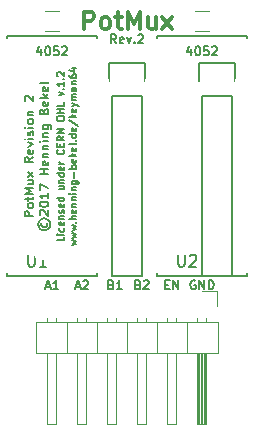
<source format=gto>
%TF.GenerationSoftware,KiCad,Pcbnew,4.0.4-stable*%
%TF.CreationDate,2017-06-23T15:39:11+02:00*%
%TF.ProjectId,potmux,706F746D75782E6B696361645F706362,2*%
%TF.FileFunction,Legend,Top*%
%FSLAX46Y46*%
G04 Gerber Fmt 4.6, Leading zero omitted, Abs format (unit mm)*
G04 Created by KiCad (PCBNEW 4.0.4-stable) date 06/23/17 15:39:11*
%MOMM*%
%LPD*%
G01*
G04 APERTURE LIST*
%ADD10C,0.100000*%
%ADD11C,0.150000*%
%ADD12C,0.300000*%
%ADD13C,0.120000*%
%ADD14R,2.432000X2.127200*%
%ADD15O,2.432000X2.127200*%
%ADD16C,1.797000*%
%ADD17R,2.100000X2.100000*%
%ADD18O,2.100000X2.100000*%
%ADD19O,2.000000X2.000000*%
%ADD20C,2.000000*%
%ADD21C,1.000000*%
G04 APERTURE END LIST*
D10*
D11*
X141329286Y-93303286D02*
X141079286Y-92946143D01*
X140900714Y-93303286D02*
X140900714Y-92553286D01*
X141186429Y-92553286D01*
X141257857Y-92589000D01*
X141293572Y-92624714D01*
X141329286Y-92696143D01*
X141329286Y-92803286D01*
X141293572Y-92874714D01*
X141257857Y-92910429D01*
X141186429Y-92946143D01*
X140900714Y-92946143D01*
X141936429Y-93267571D02*
X141865000Y-93303286D01*
X141722143Y-93303286D01*
X141650714Y-93267571D01*
X141615000Y-93196143D01*
X141615000Y-92910429D01*
X141650714Y-92839000D01*
X141722143Y-92803286D01*
X141865000Y-92803286D01*
X141936429Y-92839000D01*
X141972143Y-92910429D01*
X141972143Y-92981857D01*
X141615000Y-93053286D01*
X142222143Y-92803286D02*
X142400714Y-93303286D01*
X142579286Y-92803286D01*
X142865000Y-93231857D02*
X142900715Y-93267571D01*
X142865000Y-93303286D01*
X142829286Y-93267571D01*
X142865000Y-93231857D01*
X142865000Y-93303286D01*
X143186429Y-92624714D02*
X143222143Y-92589000D01*
X143293572Y-92553286D01*
X143472143Y-92553286D01*
X143543572Y-92589000D01*
X143579286Y-92624714D01*
X143615001Y-92696143D01*
X143615001Y-92767571D01*
X143579286Y-92874714D01*
X143150715Y-93303286D01*
X143615001Y-93303286D01*
D12*
X138597143Y-92118571D02*
X138597143Y-90618571D01*
X139168571Y-90618571D01*
X139311429Y-90690000D01*
X139382857Y-90761429D01*
X139454286Y-90904286D01*
X139454286Y-91118571D01*
X139382857Y-91261429D01*
X139311429Y-91332857D01*
X139168571Y-91404286D01*
X138597143Y-91404286D01*
X140311429Y-92118571D02*
X140168571Y-92047143D01*
X140097143Y-91975714D01*
X140025714Y-91832857D01*
X140025714Y-91404286D01*
X140097143Y-91261429D01*
X140168571Y-91190000D01*
X140311429Y-91118571D01*
X140525714Y-91118571D01*
X140668571Y-91190000D01*
X140740000Y-91261429D01*
X140811429Y-91404286D01*
X140811429Y-91832857D01*
X140740000Y-91975714D01*
X140668571Y-92047143D01*
X140525714Y-92118571D01*
X140311429Y-92118571D01*
X141240000Y-91118571D02*
X141811429Y-91118571D01*
X141454286Y-90618571D02*
X141454286Y-91904286D01*
X141525714Y-92047143D01*
X141668572Y-92118571D01*
X141811429Y-92118571D01*
X142311429Y-92118571D02*
X142311429Y-90618571D01*
X142811429Y-91690000D01*
X143311429Y-90618571D01*
X143311429Y-92118571D01*
X144668572Y-91118571D02*
X144668572Y-92118571D01*
X144025715Y-91118571D02*
X144025715Y-91904286D01*
X144097143Y-92047143D01*
X144240001Y-92118571D01*
X144454286Y-92118571D01*
X144597143Y-92047143D01*
X144668572Y-91975714D01*
X145240001Y-92118571D02*
X146025715Y-91118571D01*
X145240001Y-91118571D02*
X146025715Y-92118571D01*
D11*
X136906429Y-109698571D02*
X136906429Y-109984285D01*
X136306429Y-109984285D01*
X136906429Y-109498571D02*
X136506429Y-109498571D01*
X136306429Y-109498571D02*
X136335000Y-109527142D01*
X136363571Y-109498571D01*
X136335000Y-109469999D01*
X136306429Y-109498571D01*
X136363571Y-109498571D01*
X136877857Y-108955714D02*
X136906429Y-109012857D01*
X136906429Y-109127143D01*
X136877857Y-109184285D01*
X136849286Y-109212857D01*
X136792143Y-109241428D01*
X136620714Y-109241428D01*
X136563571Y-109212857D01*
X136535000Y-109184285D01*
X136506429Y-109127143D01*
X136506429Y-109012857D01*
X136535000Y-108955714D01*
X136877857Y-108469999D02*
X136906429Y-108527142D01*
X136906429Y-108641428D01*
X136877857Y-108698571D01*
X136820714Y-108727142D01*
X136592143Y-108727142D01*
X136535000Y-108698571D01*
X136506429Y-108641428D01*
X136506429Y-108527142D01*
X136535000Y-108469999D01*
X136592143Y-108441428D01*
X136649286Y-108441428D01*
X136706429Y-108727142D01*
X136506429Y-108184285D02*
X136906429Y-108184285D01*
X136563571Y-108184285D02*
X136535000Y-108155713D01*
X136506429Y-108098571D01*
X136506429Y-108012856D01*
X136535000Y-107955713D01*
X136592143Y-107927142D01*
X136906429Y-107927142D01*
X136877857Y-107669999D02*
X136906429Y-107612856D01*
X136906429Y-107498571D01*
X136877857Y-107441428D01*
X136820714Y-107412856D01*
X136792143Y-107412856D01*
X136735000Y-107441428D01*
X136706429Y-107498571D01*
X136706429Y-107584285D01*
X136677857Y-107641428D01*
X136620714Y-107669999D01*
X136592143Y-107669999D01*
X136535000Y-107641428D01*
X136506429Y-107584285D01*
X136506429Y-107498571D01*
X136535000Y-107441428D01*
X136877857Y-106927142D02*
X136906429Y-106984285D01*
X136906429Y-107098571D01*
X136877857Y-107155714D01*
X136820714Y-107184285D01*
X136592143Y-107184285D01*
X136535000Y-107155714D01*
X136506429Y-107098571D01*
X136506429Y-106984285D01*
X136535000Y-106927142D01*
X136592143Y-106898571D01*
X136649286Y-106898571D01*
X136706429Y-107184285D01*
X136906429Y-106384285D02*
X136306429Y-106384285D01*
X136877857Y-106384285D02*
X136906429Y-106441428D01*
X136906429Y-106555714D01*
X136877857Y-106612856D01*
X136849286Y-106641428D01*
X136792143Y-106669999D01*
X136620714Y-106669999D01*
X136563571Y-106641428D01*
X136535000Y-106612856D01*
X136506429Y-106555714D01*
X136506429Y-106441428D01*
X136535000Y-106384285D01*
X136506429Y-105384285D02*
X136906429Y-105384285D01*
X136506429Y-105641428D02*
X136820714Y-105641428D01*
X136877857Y-105612856D01*
X136906429Y-105555714D01*
X136906429Y-105469999D01*
X136877857Y-105412856D01*
X136849286Y-105384285D01*
X136506429Y-105098571D02*
X136906429Y-105098571D01*
X136563571Y-105098571D02*
X136535000Y-105069999D01*
X136506429Y-105012857D01*
X136506429Y-104927142D01*
X136535000Y-104869999D01*
X136592143Y-104841428D01*
X136906429Y-104841428D01*
X136906429Y-104298571D02*
X136306429Y-104298571D01*
X136877857Y-104298571D02*
X136906429Y-104355714D01*
X136906429Y-104470000D01*
X136877857Y-104527142D01*
X136849286Y-104555714D01*
X136792143Y-104584285D01*
X136620714Y-104584285D01*
X136563571Y-104555714D01*
X136535000Y-104527142D01*
X136506429Y-104470000D01*
X136506429Y-104355714D01*
X136535000Y-104298571D01*
X136877857Y-103784285D02*
X136906429Y-103841428D01*
X136906429Y-103955714D01*
X136877857Y-104012857D01*
X136820714Y-104041428D01*
X136592143Y-104041428D01*
X136535000Y-104012857D01*
X136506429Y-103955714D01*
X136506429Y-103841428D01*
X136535000Y-103784285D01*
X136592143Y-103755714D01*
X136649286Y-103755714D01*
X136706429Y-104041428D01*
X136906429Y-103498571D02*
X136506429Y-103498571D01*
X136620714Y-103498571D02*
X136563571Y-103469999D01*
X136535000Y-103441428D01*
X136506429Y-103384285D01*
X136506429Y-103327142D01*
X136849286Y-102327142D02*
X136877857Y-102355713D01*
X136906429Y-102441427D01*
X136906429Y-102498570D01*
X136877857Y-102584285D01*
X136820714Y-102641427D01*
X136763571Y-102669999D01*
X136649286Y-102698570D01*
X136563571Y-102698570D01*
X136449286Y-102669999D01*
X136392143Y-102641427D01*
X136335000Y-102584285D01*
X136306429Y-102498570D01*
X136306429Y-102441427D01*
X136335000Y-102355713D01*
X136363571Y-102327142D01*
X136592143Y-102069999D02*
X136592143Y-101869999D01*
X136906429Y-101784285D02*
X136906429Y-102069999D01*
X136306429Y-102069999D01*
X136306429Y-101784285D01*
X136906429Y-101184285D02*
X136620714Y-101384285D01*
X136906429Y-101527142D02*
X136306429Y-101527142D01*
X136306429Y-101298570D01*
X136335000Y-101241428D01*
X136363571Y-101212856D01*
X136420714Y-101184285D01*
X136506429Y-101184285D01*
X136563571Y-101212856D01*
X136592143Y-101241428D01*
X136620714Y-101298570D01*
X136620714Y-101527142D01*
X136906429Y-100927142D02*
X136306429Y-100927142D01*
X136906429Y-100584285D01*
X136306429Y-100584285D01*
X136306429Y-99727142D02*
X136306429Y-99612856D01*
X136335000Y-99555714D01*
X136392143Y-99498571D01*
X136506429Y-99469999D01*
X136706429Y-99469999D01*
X136820714Y-99498571D01*
X136877857Y-99555714D01*
X136906429Y-99612856D01*
X136906429Y-99727142D01*
X136877857Y-99784285D01*
X136820714Y-99841428D01*
X136706429Y-99869999D01*
X136506429Y-99869999D01*
X136392143Y-99841428D01*
X136335000Y-99784285D01*
X136306429Y-99727142D01*
X136906429Y-99212857D02*
X136306429Y-99212857D01*
X136592143Y-99212857D02*
X136592143Y-98870000D01*
X136906429Y-98870000D02*
X136306429Y-98870000D01*
X136906429Y-98298572D02*
X136906429Y-98584286D01*
X136306429Y-98584286D01*
X136506429Y-97698572D02*
X136906429Y-97555715D01*
X136506429Y-97412857D01*
X136849286Y-97184286D02*
X136877857Y-97155714D01*
X136906429Y-97184286D01*
X136877857Y-97212857D01*
X136849286Y-97184286D01*
X136906429Y-97184286D01*
X136906429Y-96584286D02*
X136906429Y-96927143D01*
X136906429Y-96755715D02*
X136306429Y-96755715D01*
X136392143Y-96812858D01*
X136449286Y-96870000D01*
X136477857Y-96927143D01*
X136849286Y-96327143D02*
X136877857Y-96298571D01*
X136906429Y-96327143D01*
X136877857Y-96355714D01*
X136849286Y-96327143D01*
X136906429Y-96327143D01*
X136363571Y-96070000D02*
X136335000Y-96041429D01*
X136306429Y-95984286D01*
X136306429Y-95841429D01*
X136335000Y-95784286D01*
X136363571Y-95755715D01*
X136420714Y-95727143D01*
X136477857Y-95727143D01*
X136563571Y-95755715D01*
X136906429Y-96098572D01*
X136906429Y-95727143D01*
X137556429Y-110412856D02*
X137956429Y-110298570D01*
X137670714Y-110184284D01*
X137956429Y-110069999D01*
X137556429Y-109955713D01*
X137556429Y-109784285D02*
X137956429Y-109669999D01*
X137670714Y-109555713D01*
X137956429Y-109441428D01*
X137556429Y-109327142D01*
X137556429Y-109155714D02*
X137956429Y-109041428D01*
X137670714Y-108927142D01*
X137956429Y-108812857D01*
X137556429Y-108698571D01*
X137899286Y-108470000D02*
X137927857Y-108441428D01*
X137956429Y-108470000D01*
X137927857Y-108498571D01*
X137899286Y-108470000D01*
X137956429Y-108470000D01*
X137956429Y-108184286D02*
X137356429Y-108184286D01*
X137956429Y-107927143D02*
X137642143Y-107927143D01*
X137585000Y-107955714D01*
X137556429Y-108012857D01*
X137556429Y-108098572D01*
X137585000Y-108155714D01*
X137613571Y-108184286D01*
X137927857Y-107412857D02*
X137956429Y-107470000D01*
X137956429Y-107584286D01*
X137927857Y-107641429D01*
X137870714Y-107670000D01*
X137642143Y-107670000D01*
X137585000Y-107641429D01*
X137556429Y-107584286D01*
X137556429Y-107470000D01*
X137585000Y-107412857D01*
X137642143Y-107384286D01*
X137699286Y-107384286D01*
X137756429Y-107670000D01*
X137556429Y-107127143D02*
X137956429Y-107127143D01*
X137613571Y-107127143D02*
X137585000Y-107098571D01*
X137556429Y-107041429D01*
X137556429Y-106955714D01*
X137585000Y-106898571D01*
X137642143Y-106870000D01*
X137956429Y-106870000D01*
X137556429Y-106584286D02*
X137956429Y-106584286D01*
X137613571Y-106584286D02*
X137585000Y-106555714D01*
X137556429Y-106498572D01*
X137556429Y-106412857D01*
X137585000Y-106355714D01*
X137642143Y-106327143D01*
X137956429Y-106327143D01*
X137956429Y-106041429D02*
X137556429Y-106041429D01*
X137356429Y-106041429D02*
X137385000Y-106070000D01*
X137413571Y-106041429D01*
X137385000Y-106012857D01*
X137356429Y-106041429D01*
X137413571Y-106041429D01*
X137556429Y-105755715D02*
X137956429Y-105755715D01*
X137613571Y-105755715D02*
X137585000Y-105727143D01*
X137556429Y-105670001D01*
X137556429Y-105584286D01*
X137585000Y-105527143D01*
X137642143Y-105498572D01*
X137956429Y-105498572D01*
X137556429Y-104955715D02*
X138042143Y-104955715D01*
X138099286Y-104984286D01*
X138127857Y-105012858D01*
X138156429Y-105070001D01*
X138156429Y-105155715D01*
X138127857Y-105212858D01*
X137927857Y-104955715D02*
X137956429Y-105012858D01*
X137956429Y-105127144D01*
X137927857Y-105184286D01*
X137899286Y-105212858D01*
X137842143Y-105241429D01*
X137670714Y-105241429D01*
X137613571Y-105212858D01*
X137585000Y-105184286D01*
X137556429Y-105127144D01*
X137556429Y-105012858D01*
X137585000Y-104955715D01*
X137727857Y-104670001D02*
X137727857Y-104212858D01*
X137956429Y-103927144D02*
X137356429Y-103927144D01*
X137585000Y-103927144D02*
X137556429Y-103870001D01*
X137556429Y-103755715D01*
X137585000Y-103698572D01*
X137613571Y-103670001D01*
X137670714Y-103641430D01*
X137842143Y-103641430D01*
X137899286Y-103670001D01*
X137927857Y-103698572D01*
X137956429Y-103755715D01*
X137956429Y-103870001D01*
X137927857Y-103927144D01*
X137927857Y-103155715D02*
X137956429Y-103212858D01*
X137956429Y-103327144D01*
X137927857Y-103384287D01*
X137870714Y-103412858D01*
X137642143Y-103412858D01*
X137585000Y-103384287D01*
X137556429Y-103327144D01*
X137556429Y-103212858D01*
X137585000Y-103155715D01*
X137642143Y-103127144D01*
X137699286Y-103127144D01*
X137756429Y-103412858D01*
X137956429Y-102870001D02*
X137356429Y-102870001D01*
X137727857Y-102812858D02*
X137956429Y-102641429D01*
X137556429Y-102641429D02*
X137785000Y-102870001D01*
X137927857Y-102155715D02*
X137956429Y-102212858D01*
X137956429Y-102327144D01*
X137927857Y-102384287D01*
X137870714Y-102412858D01*
X137642143Y-102412858D01*
X137585000Y-102384287D01*
X137556429Y-102327144D01*
X137556429Y-102212858D01*
X137585000Y-102155715D01*
X137642143Y-102127144D01*
X137699286Y-102127144D01*
X137756429Y-102412858D01*
X137956429Y-101784287D02*
X137927857Y-101841429D01*
X137870714Y-101870001D01*
X137356429Y-101870001D01*
X137899286Y-101555715D02*
X137927857Y-101527143D01*
X137956429Y-101555715D01*
X137927857Y-101584286D01*
X137899286Y-101555715D01*
X137956429Y-101555715D01*
X137956429Y-101012858D02*
X137356429Y-101012858D01*
X137927857Y-101012858D02*
X137956429Y-101070001D01*
X137956429Y-101184287D01*
X137927857Y-101241429D01*
X137899286Y-101270001D01*
X137842143Y-101298572D01*
X137670714Y-101298572D01*
X137613571Y-101270001D01*
X137585000Y-101241429D01*
X137556429Y-101184287D01*
X137556429Y-101070001D01*
X137585000Y-101012858D01*
X137927857Y-100498572D02*
X137956429Y-100555715D01*
X137956429Y-100670001D01*
X137927857Y-100727144D01*
X137870714Y-100755715D01*
X137642143Y-100755715D01*
X137585000Y-100727144D01*
X137556429Y-100670001D01*
X137556429Y-100555715D01*
X137585000Y-100498572D01*
X137642143Y-100470001D01*
X137699286Y-100470001D01*
X137756429Y-100755715D01*
X137327857Y-99784286D02*
X138099286Y-100298572D01*
X137956429Y-99584287D02*
X137356429Y-99584287D01*
X137727857Y-99527144D02*
X137956429Y-99355715D01*
X137556429Y-99355715D02*
X137785000Y-99584287D01*
X137927857Y-98870001D02*
X137956429Y-98927144D01*
X137956429Y-99041430D01*
X137927857Y-99098573D01*
X137870714Y-99127144D01*
X137642143Y-99127144D01*
X137585000Y-99098573D01*
X137556429Y-99041430D01*
X137556429Y-98927144D01*
X137585000Y-98870001D01*
X137642143Y-98841430D01*
X137699286Y-98841430D01*
X137756429Y-99127144D01*
X137556429Y-98641430D02*
X137956429Y-98498573D01*
X137556429Y-98355715D02*
X137956429Y-98498573D01*
X138099286Y-98555715D01*
X138127857Y-98584287D01*
X138156429Y-98641430D01*
X137956429Y-98127144D02*
X137556429Y-98127144D01*
X137613571Y-98127144D02*
X137585000Y-98098572D01*
X137556429Y-98041430D01*
X137556429Y-97955715D01*
X137585000Y-97898572D01*
X137642143Y-97870001D01*
X137956429Y-97870001D01*
X137642143Y-97870001D02*
X137585000Y-97841430D01*
X137556429Y-97784287D01*
X137556429Y-97698572D01*
X137585000Y-97641430D01*
X137642143Y-97612858D01*
X137956429Y-97612858D01*
X137956429Y-97070001D02*
X137642143Y-97070001D01*
X137585000Y-97098572D01*
X137556429Y-97155715D01*
X137556429Y-97270001D01*
X137585000Y-97327144D01*
X137927857Y-97070001D02*
X137956429Y-97127144D01*
X137956429Y-97270001D01*
X137927857Y-97327144D01*
X137870714Y-97355715D01*
X137813571Y-97355715D01*
X137756429Y-97327144D01*
X137727857Y-97270001D01*
X137727857Y-97127144D01*
X137699286Y-97070001D01*
X137556429Y-96784287D02*
X137956429Y-96784287D01*
X137613571Y-96784287D02*
X137585000Y-96755715D01*
X137556429Y-96698573D01*
X137556429Y-96612858D01*
X137585000Y-96555715D01*
X137642143Y-96527144D01*
X137956429Y-96527144D01*
X137356429Y-95984287D02*
X137356429Y-96098573D01*
X137385000Y-96155716D01*
X137413571Y-96184287D01*
X137499286Y-96241430D01*
X137613571Y-96270001D01*
X137842143Y-96270001D01*
X137899286Y-96241430D01*
X137927857Y-96212858D01*
X137956429Y-96155716D01*
X137956429Y-96041430D01*
X137927857Y-95984287D01*
X137899286Y-95955716D01*
X137842143Y-95927144D01*
X137699286Y-95927144D01*
X137642143Y-95955716D01*
X137613571Y-95984287D01*
X137585000Y-96041430D01*
X137585000Y-96155716D01*
X137613571Y-96212858D01*
X137642143Y-96241430D01*
X137699286Y-96270001D01*
X137556429Y-95412858D02*
X137956429Y-95412858D01*
X137327857Y-95555715D02*
X137756429Y-95698572D01*
X137756429Y-95327144D01*
X135354286Y-113917000D02*
X135711429Y-113917000D01*
X135282858Y-114131286D02*
X135532858Y-113381286D01*
X135782858Y-114131286D01*
X136425715Y-114131286D02*
X135997143Y-114131286D01*
X136211429Y-114131286D02*
X136211429Y-113381286D01*
X136140000Y-113488429D01*
X136068572Y-113559857D01*
X135997143Y-113595571D01*
X137894286Y-113917000D02*
X138251429Y-113917000D01*
X137822858Y-114131286D02*
X138072858Y-113381286D01*
X138322858Y-114131286D01*
X138537143Y-113452714D02*
X138572857Y-113417000D01*
X138644286Y-113381286D01*
X138822857Y-113381286D01*
X138894286Y-113417000D01*
X138930000Y-113452714D01*
X138965715Y-113524143D01*
X138965715Y-113595571D01*
X138930000Y-113702714D01*
X138501429Y-114131286D01*
X138965715Y-114131286D01*
X140920428Y-113738429D02*
X141027571Y-113774143D01*
X141063286Y-113809857D01*
X141099000Y-113881286D01*
X141099000Y-113988429D01*
X141063286Y-114059857D01*
X141027571Y-114095571D01*
X140956143Y-114131286D01*
X140670428Y-114131286D01*
X140670428Y-113381286D01*
X140920428Y-113381286D01*
X140991857Y-113417000D01*
X141027571Y-113452714D01*
X141063286Y-113524143D01*
X141063286Y-113595571D01*
X141027571Y-113667000D01*
X140991857Y-113702714D01*
X140920428Y-113738429D01*
X140670428Y-113738429D01*
X141813286Y-114131286D02*
X141384714Y-114131286D01*
X141599000Y-114131286D02*
X141599000Y-113381286D01*
X141527571Y-113488429D01*
X141456143Y-113559857D01*
X141384714Y-113595571D01*
X143206428Y-113738429D02*
X143313571Y-113774143D01*
X143349286Y-113809857D01*
X143385000Y-113881286D01*
X143385000Y-113988429D01*
X143349286Y-114059857D01*
X143313571Y-114095571D01*
X143242143Y-114131286D01*
X142956428Y-114131286D01*
X142956428Y-113381286D01*
X143206428Y-113381286D01*
X143277857Y-113417000D01*
X143313571Y-113452714D01*
X143349286Y-113524143D01*
X143349286Y-113595571D01*
X143313571Y-113667000D01*
X143277857Y-113702714D01*
X143206428Y-113738429D01*
X142956428Y-113738429D01*
X143670714Y-113452714D02*
X143706428Y-113417000D01*
X143777857Y-113381286D01*
X143956428Y-113381286D01*
X144027857Y-113417000D01*
X144063571Y-113452714D01*
X144099286Y-113524143D01*
X144099286Y-113595571D01*
X144063571Y-113702714D01*
X143635000Y-114131286D01*
X144099286Y-114131286D01*
X145496429Y-113738429D02*
X145746429Y-113738429D01*
X145853572Y-114131286D02*
X145496429Y-114131286D01*
X145496429Y-113381286D01*
X145853572Y-113381286D01*
X146175000Y-114131286D02*
X146175000Y-113381286D01*
X146603572Y-114131286D01*
X146603572Y-113381286D01*
X148018572Y-113417000D02*
X147947143Y-113381286D01*
X147840000Y-113381286D01*
X147732857Y-113417000D01*
X147661429Y-113488429D01*
X147625714Y-113559857D01*
X147590000Y-113702714D01*
X147590000Y-113809857D01*
X147625714Y-113952714D01*
X147661429Y-114024143D01*
X147732857Y-114095571D01*
X147840000Y-114131286D01*
X147911429Y-114131286D01*
X148018572Y-114095571D01*
X148054286Y-114059857D01*
X148054286Y-113809857D01*
X147911429Y-113809857D01*
X148375714Y-114131286D02*
X148375714Y-113381286D01*
X148804286Y-114131286D01*
X148804286Y-113381286D01*
X149161428Y-114131286D02*
X149161428Y-113381286D01*
X149340000Y-113381286D01*
X149447143Y-113417000D01*
X149518571Y-113488429D01*
X149554286Y-113559857D01*
X149590000Y-113702714D01*
X149590000Y-113809857D01*
X149554286Y-113952714D01*
X149518571Y-114024143D01*
X149447143Y-114095571D01*
X149340000Y-114131286D01*
X149161428Y-114131286D01*
X134321786Y-107941429D02*
X133571786Y-107941429D01*
X133571786Y-107655714D01*
X133607500Y-107584286D01*
X133643214Y-107548571D01*
X133714643Y-107512857D01*
X133821786Y-107512857D01*
X133893214Y-107548571D01*
X133928929Y-107584286D01*
X133964643Y-107655714D01*
X133964643Y-107941429D01*
X134321786Y-107084286D02*
X134286071Y-107155714D01*
X134250357Y-107191429D01*
X134178929Y-107227143D01*
X133964643Y-107227143D01*
X133893214Y-107191429D01*
X133857500Y-107155714D01*
X133821786Y-107084286D01*
X133821786Y-106977143D01*
X133857500Y-106905714D01*
X133893214Y-106870000D01*
X133964643Y-106834286D01*
X134178929Y-106834286D01*
X134250357Y-106870000D01*
X134286071Y-106905714D01*
X134321786Y-106977143D01*
X134321786Y-107084286D01*
X133821786Y-106620000D02*
X133821786Y-106334286D01*
X133571786Y-106512858D02*
X134214643Y-106512858D01*
X134286071Y-106477143D01*
X134321786Y-106405715D01*
X134321786Y-106334286D01*
X134321786Y-106084287D02*
X133571786Y-106084287D01*
X134107500Y-105834287D01*
X133571786Y-105584287D01*
X134321786Y-105584287D01*
X133821786Y-104905715D02*
X134321786Y-104905715D01*
X133821786Y-105227144D02*
X134214643Y-105227144D01*
X134286071Y-105191429D01*
X134321786Y-105120001D01*
X134321786Y-105012858D01*
X134286071Y-104941429D01*
X134250357Y-104905715D01*
X134321786Y-104620001D02*
X133821786Y-104227144D01*
X133821786Y-104620001D02*
X134321786Y-104227144D01*
X134321786Y-102941429D02*
X133964643Y-103191429D01*
X134321786Y-103370001D02*
X133571786Y-103370001D01*
X133571786Y-103084286D01*
X133607500Y-103012858D01*
X133643214Y-102977143D01*
X133714643Y-102941429D01*
X133821786Y-102941429D01*
X133893214Y-102977143D01*
X133928929Y-103012858D01*
X133964643Y-103084286D01*
X133964643Y-103370001D01*
X134286071Y-102334286D02*
X134321786Y-102405715D01*
X134321786Y-102548572D01*
X134286071Y-102620001D01*
X134214643Y-102655715D01*
X133928929Y-102655715D01*
X133857500Y-102620001D01*
X133821786Y-102548572D01*
X133821786Y-102405715D01*
X133857500Y-102334286D01*
X133928929Y-102298572D01*
X134000357Y-102298572D01*
X134071786Y-102655715D01*
X133821786Y-102048572D02*
X134321786Y-101870001D01*
X133821786Y-101691429D01*
X134321786Y-101405715D02*
X133821786Y-101405715D01*
X133571786Y-101405715D02*
X133607500Y-101441429D01*
X133643214Y-101405715D01*
X133607500Y-101370000D01*
X133571786Y-101405715D01*
X133643214Y-101405715D01*
X134286071Y-101084286D02*
X134321786Y-101012857D01*
X134321786Y-100870000D01*
X134286071Y-100798572D01*
X134214643Y-100762857D01*
X134178929Y-100762857D01*
X134107500Y-100798572D01*
X134071786Y-100870000D01*
X134071786Y-100977143D01*
X134036071Y-101048572D01*
X133964643Y-101084286D01*
X133928929Y-101084286D01*
X133857500Y-101048572D01*
X133821786Y-100977143D01*
X133821786Y-100870000D01*
X133857500Y-100798572D01*
X134321786Y-100441429D02*
X133821786Y-100441429D01*
X133571786Y-100441429D02*
X133607500Y-100477143D01*
X133643214Y-100441429D01*
X133607500Y-100405714D01*
X133571786Y-100441429D01*
X133643214Y-100441429D01*
X134321786Y-99977143D02*
X134286071Y-100048571D01*
X134250357Y-100084286D01*
X134178929Y-100120000D01*
X133964643Y-100120000D01*
X133893214Y-100084286D01*
X133857500Y-100048571D01*
X133821786Y-99977143D01*
X133821786Y-99870000D01*
X133857500Y-99798571D01*
X133893214Y-99762857D01*
X133964643Y-99727143D01*
X134178929Y-99727143D01*
X134250357Y-99762857D01*
X134286071Y-99798571D01*
X134321786Y-99870000D01*
X134321786Y-99977143D01*
X133821786Y-99405715D02*
X134321786Y-99405715D01*
X133893214Y-99405715D02*
X133857500Y-99370000D01*
X133821786Y-99298572D01*
X133821786Y-99191429D01*
X133857500Y-99120000D01*
X133928929Y-99084286D01*
X134321786Y-99084286D01*
X133643214Y-98191429D02*
X133607500Y-98155715D01*
X133571786Y-98084286D01*
X133571786Y-97905715D01*
X133607500Y-97834286D01*
X133643214Y-97798572D01*
X133714643Y-97762857D01*
X133786071Y-97762857D01*
X133893214Y-97798572D01*
X134321786Y-98227143D01*
X134321786Y-97762857D01*
X135025357Y-108495000D02*
X134989643Y-108566428D01*
X134989643Y-108709285D01*
X135025357Y-108780714D01*
X135096786Y-108852143D01*
X135168214Y-108887857D01*
X135311071Y-108887857D01*
X135382500Y-108852143D01*
X135453929Y-108780714D01*
X135489643Y-108709285D01*
X135489643Y-108566428D01*
X135453929Y-108495000D01*
X134739643Y-108637857D02*
X134775357Y-108816428D01*
X134882500Y-108995000D01*
X135061071Y-109102143D01*
X135239643Y-109137857D01*
X135418214Y-109102143D01*
X135596786Y-108995000D01*
X135703929Y-108816428D01*
X135739643Y-108637857D01*
X135703929Y-108459285D01*
X135596786Y-108280714D01*
X135418214Y-108173571D01*
X135239643Y-108137857D01*
X135061071Y-108173571D01*
X134882500Y-108280714D01*
X134775357Y-108459285D01*
X134739643Y-108637857D01*
X134918214Y-107852143D02*
X134882500Y-107816429D01*
X134846786Y-107745000D01*
X134846786Y-107566429D01*
X134882500Y-107495000D01*
X134918214Y-107459286D01*
X134989643Y-107423571D01*
X135061071Y-107423571D01*
X135168214Y-107459286D01*
X135596786Y-107887857D01*
X135596786Y-107423571D01*
X134846786Y-106959285D02*
X134846786Y-106887857D01*
X134882500Y-106816428D01*
X134918214Y-106780714D01*
X134989643Y-106745000D01*
X135132500Y-106709285D01*
X135311071Y-106709285D01*
X135453929Y-106745000D01*
X135525357Y-106780714D01*
X135561071Y-106816428D01*
X135596786Y-106887857D01*
X135596786Y-106959285D01*
X135561071Y-107030714D01*
X135525357Y-107066428D01*
X135453929Y-107102143D01*
X135311071Y-107137857D01*
X135132500Y-107137857D01*
X134989643Y-107102143D01*
X134918214Y-107066428D01*
X134882500Y-107030714D01*
X134846786Y-106959285D01*
X135596786Y-105994999D02*
X135596786Y-106423571D01*
X135596786Y-106209285D02*
X134846786Y-106209285D01*
X134953929Y-106280714D01*
X135025357Y-106352142D01*
X135061071Y-106423571D01*
X134846786Y-105744999D02*
X134846786Y-105244999D01*
X135596786Y-105566428D01*
X135596786Y-104387856D02*
X134846786Y-104387856D01*
X135203929Y-104387856D02*
X135203929Y-103959284D01*
X135596786Y-103959284D02*
X134846786Y-103959284D01*
X135561071Y-103316427D02*
X135596786Y-103387856D01*
X135596786Y-103530713D01*
X135561071Y-103602142D01*
X135489643Y-103637856D01*
X135203929Y-103637856D01*
X135132500Y-103602142D01*
X135096786Y-103530713D01*
X135096786Y-103387856D01*
X135132500Y-103316427D01*
X135203929Y-103280713D01*
X135275357Y-103280713D01*
X135346786Y-103637856D01*
X135096786Y-102959285D02*
X135596786Y-102959285D01*
X135168214Y-102959285D02*
X135132500Y-102923570D01*
X135096786Y-102852142D01*
X135096786Y-102744999D01*
X135132500Y-102673570D01*
X135203929Y-102637856D01*
X135596786Y-102637856D01*
X135096786Y-102280714D02*
X135596786Y-102280714D01*
X135168214Y-102280714D02*
X135132500Y-102244999D01*
X135096786Y-102173571D01*
X135096786Y-102066428D01*
X135132500Y-101994999D01*
X135203929Y-101959285D01*
X135596786Y-101959285D01*
X135596786Y-101602143D02*
X135096786Y-101602143D01*
X134846786Y-101602143D02*
X134882500Y-101637857D01*
X134918214Y-101602143D01*
X134882500Y-101566428D01*
X134846786Y-101602143D01*
X134918214Y-101602143D01*
X135096786Y-101245000D02*
X135596786Y-101245000D01*
X135168214Y-101245000D02*
X135132500Y-101209285D01*
X135096786Y-101137857D01*
X135096786Y-101030714D01*
X135132500Y-100959285D01*
X135203929Y-100923571D01*
X135596786Y-100923571D01*
X135096786Y-100245000D02*
X135703929Y-100245000D01*
X135775357Y-100280714D01*
X135811071Y-100316429D01*
X135846786Y-100387857D01*
X135846786Y-100495000D01*
X135811071Y-100566429D01*
X135561071Y-100245000D02*
X135596786Y-100316429D01*
X135596786Y-100459286D01*
X135561071Y-100530714D01*
X135525357Y-100566429D01*
X135453929Y-100602143D01*
X135239643Y-100602143D01*
X135168214Y-100566429D01*
X135132500Y-100530714D01*
X135096786Y-100459286D01*
X135096786Y-100316429D01*
X135132500Y-100245000D01*
X135203929Y-99066429D02*
X135239643Y-98959286D01*
X135275357Y-98923571D01*
X135346786Y-98887857D01*
X135453929Y-98887857D01*
X135525357Y-98923571D01*
X135561071Y-98959286D01*
X135596786Y-99030714D01*
X135596786Y-99316429D01*
X134846786Y-99316429D01*
X134846786Y-99066429D01*
X134882500Y-98995000D01*
X134918214Y-98959286D01*
X134989643Y-98923571D01*
X135061071Y-98923571D01*
X135132500Y-98959286D01*
X135168214Y-98995000D01*
X135203929Y-99066429D01*
X135203929Y-99316429D01*
X135561071Y-98280714D02*
X135596786Y-98352143D01*
X135596786Y-98495000D01*
X135561071Y-98566429D01*
X135489643Y-98602143D01*
X135203929Y-98602143D01*
X135132500Y-98566429D01*
X135096786Y-98495000D01*
X135096786Y-98352143D01*
X135132500Y-98280714D01*
X135203929Y-98245000D01*
X135275357Y-98245000D01*
X135346786Y-98602143D01*
X135596786Y-97923572D02*
X134846786Y-97923572D01*
X135311071Y-97852143D02*
X135596786Y-97637857D01*
X135096786Y-97637857D02*
X135382500Y-97923572D01*
X135561071Y-97030714D02*
X135596786Y-97102143D01*
X135596786Y-97245000D01*
X135561071Y-97316429D01*
X135489643Y-97352143D01*
X135203929Y-97352143D01*
X135132500Y-97316429D01*
X135096786Y-97245000D01*
X135096786Y-97102143D01*
X135132500Y-97030714D01*
X135203929Y-96995000D01*
X135275357Y-96995000D01*
X135346786Y-97352143D01*
X135596786Y-96566429D02*
X135561071Y-96637857D01*
X135489643Y-96673572D01*
X134846786Y-96673572D01*
X147661428Y-93819286D02*
X147661428Y-94319286D01*
X147482857Y-93533571D02*
X147304285Y-94069286D01*
X147768571Y-94069286D01*
X148197143Y-93569286D02*
X148268571Y-93569286D01*
X148340000Y-93605000D01*
X148375714Y-93640714D01*
X148411428Y-93712143D01*
X148447143Y-93855000D01*
X148447143Y-94033571D01*
X148411428Y-94176429D01*
X148375714Y-94247857D01*
X148340000Y-94283571D01*
X148268571Y-94319286D01*
X148197143Y-94319286D01*
X148125714Y-94283571D01*
X148090000Y-94247857D01*
X148054285Y-94176429D01*
X148018571Y-94033571D01*
X148018571Y-93855000D01*
X148054285Y-93712143D01*
X148090000Y-93640714D01*
X148125714Y-93605000D01*
X148197143Y-93569286D01*
X149125714Y-93569286D02*
X148768571Y-93569286D01*
X148732857Y-93926429D01*
X148768571Y-93890714D01*
X148840000Y-93855000D01*
X149018571Y-93855000D01*
X149090000Y-93890714D01*
X149125714Y-93926429D01*
X149161429Y-93997857D01*
X149161429Y-94176429D01*
X149125714Y-94247857D01*
X149090000Y-94283571D01*
X149018571Y-94319286D01*
X148840000Y-94319286D01*
X148768571Y-94283571D01*
X148732857Y-94247857D01*
X149447143Y-93640714D02*
X149482857Y-93605000D01*
X149554286Y-93569286D01*
X149732857Y-93569286D01*
X149804286Y-93605000D01*
X149840000Y-93640714D01*
X149875715Y-93712143D01*
X149875715Y-93783571D01*
X149840000Y-93890714D01*
X149411429Y-94319286D01*
X149875715Y-94319286D01*
X134961428Y-93819286D02*
X134961428Y-94319286D01*
X134782857Y-93533571D02*
X134604285Y-94069286D01*
X135068571Y-94069286D01*
X135497143Y-93569286D02*
X135568571Y-93569286D01*
X135640000Y-93605000D01*
X135675714Y-93640714D01*
X135711428Y-93712143D01*
X135747143Y-93855000D01*
X135747143Y-94033571D01*
X135711428Y-94176429D01*
X135675714Y-94247857D01*
X135640000Y-94283571D01*
X135568571Y-94319286D01*
X135497143Y-94319286D01*
X135425714Y-94283571D01*
X135390000Y-94247857D01*
X135354285Y-94176429D01*
X135318571Y-94033571D01*
X135318571Y-93855000D01*
X135354285Y-93712143D01*
X135390000Y-93640714D01*
X135425714Y-93605000D01*
X135497143Y-93569286D01*
X136425714Y-93569286D02*
X136068571Y-93569286D01*
X136032857Y-93926429D01*
X136068571Y-93890714D01*
X136140000Y-93855000D01*
X136318571Y-93855000D01*
X136390000Y-93890714D01*
X136425714Y-93926429D01*
X136461429Y-93997857D01*
X136461429Y-94176429D01*
X136425714Y-94247857D01*
X136390000Y-94283571D01*
X136318571Y-94319286D01*
X136140000Y-94319286D01*
X136068571Y-94283571D01*
X136032857Y-94247857D01*
X136747143Y-93640714D02*
X136782857Y-93605000D01*
X136854286Y-93569286D01*
X137032857Y-93569286D01*
X137104286Y-93605000D01*
X137140000Y-93640714D01*
X137175715Y-93712143D01*
X137175715Y-93783571D01*
X137140000Y-93890714D01*
X136711429Y-94319286D01*
X137175715Y-94319286D01*
X143510000Y-97790000D02*
X143510000Y-113030000D01*
X143510000Y-113030000D02*
X140970000Y-113030000D01*
X140970000Y-113030000D02*
X140970000Y-97790000D01*
X143790000Y-94970000D02*
X143790000Y-96520000D01*
X143510000Y-97790000D02*
X140970000Y-97790000D01*
X140690000Y-96520000D02*
X140690000Y-94970000D01*
X140690000Y-94970000D02*
X143790000Y-94970000D01*
X151130000Y-97790000D02*
X151130000Y-113030000D01*
X151130000Y-113030000D02*
X148590000Y-113030000D01*
X148590000Y-113030000D02*
X148590000Y-97790000D01*
X151410000Y-94970000D02*
X151410000Y-96520000D01*
X151130000Y-97790000D02*
X148590000Y-97790000D01*
X148310000Y-96520000D02*
X148310000Y-94970000D01*
X148310000Y-94970000D02*
X151410000Y-94970000D01*
D13*
X149920000Y-116910000D02*
X147320000Y-116910000D01*
X147320000Y-116910000D02*
X147320000Y-119530000D01*
X147320000Y-119530000D02*
X149920000Y-119530000D01*
X149920000Y-119530000D02*
X149920000Y-116910000D01*
X148970000Y-119530000D02*
X148210000Y-119530000D01*
X148210000Y-119530000D02*
X148210000Y-125530000D01*
X148210000Y-125530000D02*
X148970000Y-125530000D01*
X148970000Y-125530000D02*
X148970000Y-119530000D01*
X148970000Y-116480000D02*
X148970000Y-116910000D01*
X148210000Y-116480000D02*
X148210000Y-116910000D01*
X148850000Y-119530000D02*
X148850000Y-125530000D01*
X148730000Y-119530000D02*
X148730000Y-125530000D01*
X148610000Y-119530000D02*
X148610000Y-125530000D01*
X148490000Y-119530000D02*
X148490000Y-125530000D01*
X148370000Y-119530000D02*
X148370000Y-125530000D01*
X148250000Y-119530000D02*
X148250000Y-125530000D01*
X147320000Y-116910000D02*
X144780000Y-116910000D01*
X144780000Y-116910000D02*
X144780000Y-119530000D01*
X144780000Y-119530000D02*
X147320000Y-119530000D01*
X147320000Y-119530000D02*
X147320000Y-116910000D01*
X146430000Y-119530000D02*
X145670000Y-119530000D01*
X145670000Y-119530000D02*
X145670000Y-125530000D01*
X145670000Y-125530000D02*
X146430000Y-125530000D01*
X146430000Y-125530000D02*
X146430000Y-119530000D01*
X146430000Y-116480000D02*
X146430000Y-116910000D01*
X145670000Y-116480000D02*
X145670000Y-116910000D01*
X144780000Y-116910000D02*
X142240000Y-116910000D01*
X142240000Y-116910000D02*
X142240000Y-119530000D01*
X142240000Y-119530000D02*
X144780000Y-119530000D01*
X144780000Y-119530000D02*
X144780000Y-116910000D01*
X143890000Y-119530000D02*
X143130000Y-119530000D01*
X143130000Y-119530000D02*
X143130000Y-125530000D01*
X143130000Y-125530000D02*
X143890000Y-125530000D01*
X143890000Y-125530000D02*
X143890000Y-119530000D01*
X143890000Y-116480000D02*
X143890000Y-116910000D01*
X143130000Y-116480000D02*
X143130000Y-116910000D01*
X142240000Y-116910000D02*
X139700000Y-116910000D01*
X139700000Y-116910000D02*
X139700000Y-119530000D01*
X139700000Y-119530000D02*
X142240000Y-119530000D01*
X142240000Y-119530000D02*
X142240000Y-116910000D01*
X141350000Y-119530000D02*
X140590000Y-119530000D01*
X140590000Y-119530000D02*
X140590000Y-125530000D01*
X140590000Y-125530000D02*
X141350000Y-125530000D01*
X141350000Y-125530000D02*
X141350000Y-119530000D01*
X141350000Y-116480000D02*
X141350000Y-116910000D01*
X140590000Y-116480000D02*
X140590000Y-116910000D01*
X139700000Y-116910000D02*
X137160000Y-116910000D01*
X137160000Y-116910000D02*
X137160000Y-119530000D01*
X137160000Y-119530000D02*
X139700000Y-119530000D01*
X139700000Y-119530000D02*
X139700000Y-116910000D01*
X138810000Y-119530000D02*
X138050000Y-119530000D01*
X138050000Y-119530000D02*
X138050000Y-125530000D01*
X138050000Y-125530000D02*
X138810000Y-125530000D01*
X138810000Y-125530000D02*
X138810000Y-119530000D01*
X138810000Y-116480000D02*
X138810000Y-116910000D01*
X138050000Y-116480000D02*
X138050000Y-116910000D01*
X137160000Y-116910000D02*
X134560000Y-116910000D01*
X134560000Y-116910000D02*
X134560000Y-119530000D01*
X134560000Y-119530000D02*
X137160000Y-119530000D01*
X137160000Y-119530000D02*
X137160000Y-116910000D01*
X136270000Y-119530000D02*
X135510000Y-119530000D01*
X135510000Y-119530000D02*
X135510000Y-125530000D01*
X135510000Y-125530000D02*
X136270000Y-125530000D01*
X136270000Y-125530000D02*
X136270000Y-119530000D01*
X136270000Y-116480000D02*
X136270000Y-116910000D01*
X135510000Y-116480000D02*
X135510000Y-116910000D01*
X148590000Y-114300000D02*
X149860000Y-114300000D01*
X149860000Y-114300000D02*
X149860000Y-115570000D01*
D11*
X144780000Y-111760000D02*
X144780000Y-113030000D01*
X144780000Y-113030000D02*
X152400000Y-113030000D01*
X152400000Y-113030000D02*
X152400000Y-111760000D01*
X144780000Y-93980000D02*
X144780000Y-92710000D01*
X144780000Y-92710000D02*
X152400000Y-92710000D01*
X152400000Y-92710000D02*
X152400000Y-93980000D01*
X132080000Y-111760000D02*
X132080000Y-113030000D01*
X132080000Y-113030000D02*
X139700000Y-113030000D01*
X139700000Y-113030000D02*
X139700000Y-111760000D01*
X132080000Y-93980000D02*
X132080000Y-92710000D01*
X132080000Y-92710000D02*
X139700000Y-92710000D01*
X139700000Y-92710000D02*
X139700000Y-93980000D01*
D13*
X136497000Y-92301000D02*
X135323000Y-92301000D01*
X136497000Y-90579000D02*
X135323000Y-90579000D01*
X149197000Y-92301000D02*
X148023000Y-92301000D01*
X149197000Y-90579000D02*
X148023000Y-90579000D01*
D11*
X146558095Y-111212381D02*
X146558095Y-112021905D01*
X146605714Y-112117143D01*
X146653333Y-112164762D01*
X146748571Y-112212381D01*
X146939048Y-112212381D01*
X147034286Y-112164762D01*
X147081905Y-112117143D01*
X147129524Y-112021905D01*
X147129524Y-111212381D01*
X147558095Y-111307619D02*
X147605714Y-111260000D01*
X147700952Y-111212381D01*
X147939048Y-111212381D01*
X148034286Y-111260000D01*
X148081905Y-111307619D01*
X148129524Y-111402857D01*
X148129524Y-111498095D01*
X148081905Y-111640952D01*
X147510476Y-112212381D01*
X148129524Y-112212381D01*
X133858095Y-111212381D02*
X133858095Y-112021905D01*
X133905714Y-112117143D01*
X133953333Y-112164762D01*
X134048571Y-112212381D01*
X134239048Y-112212381D01*
X134334286Y-112164762D01*
X134381905Y-112117143D01*
X134429524Y-112021905D01*
X134429524Y-111212381D01*
X135429524Y-112212381D02*
X134858095Y-112212381D01*
X135143809Y-112212381D02*
X135143809Y-111212381D01*
X135048571Y-111355238D01*
X134953333Y-111450476D01*
X134858095Y-111498095D01*
%LPC*%
D14*
X142240000Y-96520000D03*
D15*
X142240000Y-99060000D03*
X142240000Y-101600000D03*
X142240000Y-104140000D03*
X142240000Y-106680000D03*
X142240000Y-109220000D03*
X142240000Y-111760000D03*
D14*
X149860000Y-96520000D03*
D15*
X149860000Y-99060000D03*
X149860000Y-101600000D03*
X149860000Y-104140000D03*
X149860000Y-106680000D03*
X149860000Y-109220000D03*
X149860000Y-111760000D03*
D16*
X147320000Y-96520000D03*
X147320000Y-104140000D03*
D17*
X148590000Y-115570000D03*
D18*
X146050000Y-115570000D03*
X143510000Y-115570000D03*
X140970000Y-115570000D03*
X138430000Y-115570000D03*
X135890000Y-115570000D03*
D19*
X144780000Y-93980000D03*
X144780000Y-96520000D03*
X144780000Y-99060000D03*
X144780000Y-101600000D03*
X144780000Y-104140000D03*
X144780000Y-106680000D03*
X144780000Y-109220000D03*
X144780000Y-111760000D03*
X152400000Y-111760000D03*
X152400000Y-109220000D03*
X152400000Y-106680000D03*
X152400000Y-104140000D03*
X152400000Y-101600000D03*
X152400000Y-99060000D03*
X152400000Y-96520000D03*
X152400000Y-93980000D03*
X132080000Y-93980000D03*
X132080000Y-96520000D03*
X132080000Y-99060000D03*
X132080000Y-101600000D03*
X132080000Y-104140000D03*
X132080000Y-106680000D03*
X132080000Y-109220000D03*
X132080000Y-111760000D03*
X139700000Y-111760000D03*
X139700000Y-109220000D03*
X139700000Y-106680000D03*
X139700000Y-104140000D03*
X139700000Y-101600000D03*
X139700000Y-99060000D03*
X139700000Y-96520000D03*
X139700000Y-93980000D03*
D20*
X137160000Y-91440000D03*
X134660000Y-91440000D03*
X149860000Y-91440000D03*
X147360000Y-91440000D03*
D21*
X134867800Y-111234500D03*
M02*

</source>
